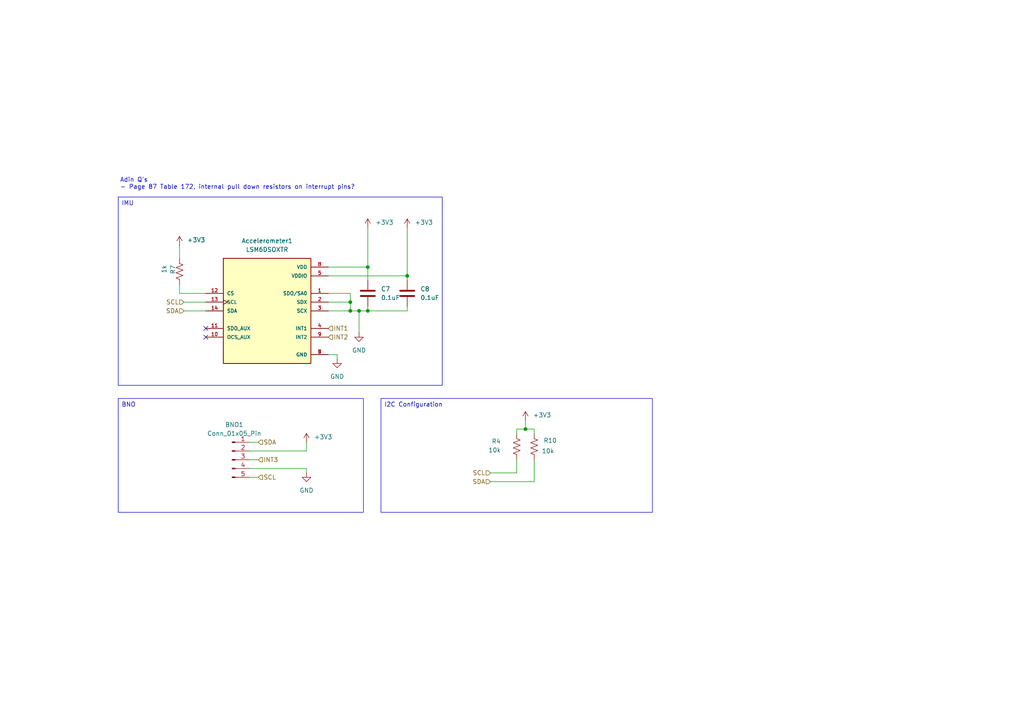
<source format=kicad_sch>
(kicad_sch (version 20231120) (generator "eeschema") (generator_version "8.0")
  (paper "A4")
  (lib_symbols
    (symbol "Connector:Conn_01x05_Pin" (pin_names (offset 1.016) hide)
      (property "Reference" "J" (at 0 7.62 0))
      (property "Value" "Conn_01x05_Pin" (at 0 -7.62 0))
      (symbol "Conn_01x05_Pin_1_1"
        (polyline (pts (xy 1.27 -5.08) (xy 0.8636 -5.08)) (stroke (width 0.1524)))
        (polyline (pts (xy 1.27 -2.54) (xy 0.8636 -2.54)) (stroke (width 0.1524)))
        (polyline (pts (xy 1.27 0) (xy 0.8636 0)) (stroke (width 0.1524)))
        (polyline (pts (xy 1.27 2.54) (xy 0.8636 2.54)) (stroke (width 0.1524)))
        (polyline (pts (xy 1.27 5.08) (xy 0.8636 5.08)) (stroke (width 0.1524)))
        (rectangle (start 0.8636 -4.953) (end 0 -5.207) (stroke (width 0.1524)) (fill (type outline)))
        (rectangle (start 0.8636 -2.413) (end 0 -2.667) (stroke (width 0.1524)) (fill (type outline)))
        (rectangle (start 0.8636 0.127) (end 0 -0.127) (stroke (width 0.1524)) (fill (type outline)))
        (rectangle (start 0.8636 2.667) (end 0 2.413) (stroke (width 0.1524)) (fill (type outline)))
        (rectangle (start 0.8636 5.207) (end 0 4.953) (stroke (width 0.1524)) (fill (type outline)))
        (pin passive line (at 5.08 5.08 180) (length 3.81) (name "Pin_1") (number "1"))
        (pin passive line (at 5.08 2.54 180) (length 3.81) (name "Pin_2") (number "2"))
        (pin passive line (at 5.08 0 180) (length 3.81) (name "Pin_3") (number "3"))
        (pin passive line (at 5.08 -2.54 180) (length 3.81) (name "Pin_4") (number "4"))
        (pin passive line (at 5.08 -5.08 180) (length 3.81) (name "Pin_5") (number "5"))
      )
    )
    (symbol "Device:C" (pin_numbers hide) (pin_names (offset 0.254))
      (property "Reference" "C" (at 0.635 2.54 0))
      (property "Value" "C" (at 0.635 -2.54 0))
      (symbol "C_0_1"
        (polyline (pts (xy -2.032 -0.762) (xy 2.032 -0.762)) (stroke (width 0.508)))
        (polyline (pts (xy -2.032 0.762) (xy 2.032 0.762)) (stroke (width 0.508)))
      )
      (symbol "C_1_1"
        (pin passive line (at 0 3.81 270) (length 2.794) (name "~") (number "1"))
        (pin passive line (at 0 -3.81 90) (length 2.794) (name "~") (number "2"))
      )
    )
    (symbol "Device:R_US" (pin_numbers hide) (pin_names (offset 0))
      (property "Reference" "R" (at 2.54 0 90))
      (property "Value" "R_US" (at -2.54 0 90))
      (symbol "R_US_0_1"
        (polyline (pts (xy 0 -2.286) (xy 0 -2.54)))
        (polyline (pts (xy 0 2.286) (xy 0 2.54)))
        (polyline (pts (xy 0 -0.762) (xy 1.016 -1.143) (xy 0 -1.524) (xy -1.016 -1.905) (xy 0 -2.286)))
        (polyline (pts (xy 0 0.762) (xy 1.016 0.381) (xy 0 0) (xy -1.016 -0.381) (xy 0 -0.762)))
        (polyline (pts (xy 0 2.286) (xy 1.016 1.905) (xy 0 1.524) (xy -1.016 1.143) (xy 0 0.762)))
      )
      (symbol "R_US_1_1"
        (pin passive line (at 0 3.81 270) (length 1.27) (name "~") (number "1"))
        (pin passive line (at 0 -3.81 90) (length 1.27) (name "~") (number "2"))
      )
    )
    (symbol "LSM6DSOXTR:LSM6DSOXTR" (pin_names (offset 1.016))
      (property "Reference" "U" (at -12.7 16.002 0))
      (property "Value" "LSM6DSOXTR" (at -12.7 -17.78 0))
      (symbol "LSM6DSOXTR_0_0"
        (rectangle (start -12.7 -15.24) (end 12.7 15.24) (stroke (width 0.254)) (fill (type background)))
        (pin bidirectional line (at 17.78 5.08 180) (length 5.08) (name "SDO/SA0") (number "1"))
        (pin bidirectional line (at -17.78 -7.62 0) (length 5.08) (name "OCS_AUX") (number "10"))
        (pin bidirectional line (at -17.78 -5.08 0) (length 5.08) (name "SDO_AUX") (number "11"))
        (pin input line (at -17.78 5.08 0) (length 5.08) (name "CS") (number "12"))
        (pin input clock (at -17.78 2.54 0) (length 5.08) (name "SCL") (number "13"))
        (pin bidirectional line (at -17.78 0 0) (length 5.08) (name "SDA") (number "14"))
        (pin bidirectional line (at 17.78 2.54 180) (length 5.08) (name "SDX") (number "2"))
        (pin bidirectional line (at 17.78 0 180) (length 5.08) (name "SCX") (number "3"))
        (pin output line (at 17.78 -5.08 180) (length 5.08) (name "INT1") (number "4"))
        (pin power_in line (at 17.78 10.16 180) (length 5.08) (name "VDDIO") (number "5"))
        (pin power_in line (at 17.78 -12.7 180) (length 5.08) (name "GND") (number "6"))
        (pin power_in line (at 17.78 -12.7 180) (length 5.08) (name "GND") (number "7"))
        (pin power_in line (at 17.78 12.7 180) (length 5.08) (name "VDD") (number "8"))
        (pin output line (at 17.78 -7.62 180) (length 5.08) (name "INT2") (number "9"))
      )
    )
    (symbol "power:+3V3" (power) (pin_numbers hide) (pin_names (offset 0) hide)
      (property "Value" "+3V3" (at 0 3.556 0))
      (symbol "+3V3_0_1"
        (polyline (pts (xy -0.762 1.27) (xy 0 2.54)))
        (polyline (pts (xy 0 0) (xy 0 2.54)))
        (polyline (pts (xy 0 2.54) (xy 0.762 1.27)))
      )
      (symbol "+3V3_1_1"
        (pin power_in line (at 0 0 90) (length 0) (name "~") (number "1"))
      )
    )
    (symbol "power:GND" (power) (pin_numbers hide) (pin_names (offset 0) hide)
      (property "Value" "GND" (at 0 -3.81 0))
      (symbol "GND_0_1"
        (polyline (pts (xy 0 0) (xy 0 -1.27) (xy 1.27 -1.27) (xy 0 -2.54) (xy -1.27 -1.27) (xy 0 -1.27)))
      )
      (symbol "GND_1_1"
        (pin power_in line (at 0 0 270) (length 0) (name "~") (number "1"))
      )
    )
  )
  (junction (at 118.11 80.01))
  (junction (at 101.6 90.17))
  (junction (at 152.4 124.46))
  (junction (at 104.14 90.17))
  (junction (at 101.6 87.63))
  (junction (at 106.68 77.47))
  (junction (at 106.68 90.17))
  (no_connect (at 59.69 95.25))
  (no_connect (at 59.69 97.79))
  (wire (pts (xy 52.07 71.12) (xy 52.07 74.93)))
  (wire (pts (xy 53.34 90.17) (xy 59.69 90.17)))
  (wire (pts (xy 88.9 135.89) (xy 88.9 137.16)))
  (wire (pts (xy 95.25 90.17) (xy 101.6 90.17)))
  (wire (pts (xy 101.6 87.63) (xy 101.6 90.17)))
  (wire (pts (xy 152.4 124.46) (xy 152.4 121.92)))
  (wire (pts (xy 104.14 90.17) (xy 104.14 96.52)))
  (wire (pts (xy 101.6 90.17) (xy 104.14 90.17)))
  (wire (pts (xy 101.6 85.09) (xy 101.6 87.63)))
  (wire (pts (xy 95.25 87.63) (xy 101.6 87.63)))
  (wire (pts (xy 53.34 87.63) (xy 59.69 87.63)))
  (wire (pts (xy 72.39 138.43) (xy 74.93 138.43)))
  (wire (pts (xy 72.39 130.81) (xy 88.9 130.81)))
  (wire (pts (xy 97.79 102.87) (xy 97.79 104.14)))
  (wire (pts (xy 106.68 90.17) (xy 106.68 88.9)))
  (wire (pts (xy 88.9 128.27) (xy 88.9 130.81)))
  (wire (pts (xy 118.11 90.17) (xy 118.11 88.9)))
  (wire (pts (xy 72.39 128.27) (xy 74.93 128.27)))
  (wire (pts (xy 106.68 77.47) (xy 106.68 81.28)))
  (wire (pts (xy 52.07 82.55) (xy 52.07 85.09)))
  (wire (pts (xy 52.07 85.09) (xy 59.69 85.09)))
  (wire (pts (xy 142.24 139.7) (xy 154.94 139.7)))
  (wire (pts (xy 106.68 90.17) (xy 118.11 90.17)))
  (wire (pts (xy 118.11 66.04) (xy 118.11 80.01)))
  (wire (pts (xy 142.24 137.16) (xy 149.86 137.16)))
  (wire (pts (xy 154.94 124.46) (xy 154.94 125.73)))
  (wire (pts (xy 154.94 133.35) (xy 154.94 139.7)))
  (wire (pts (xy 104.14 90.17) (xy 106.68 90.17)))
  (wire (pts (xy 95.25 102.87) (xy 97.79 102.87)))
  (wire (pts (xy 95.25 85.09) (xy 101.6 85.09)))
  (wire (pts (xy 149.86 125.73) (xy 149.86 124.46)))
  (wire (pts (xy 106.68 66.04) (xy 106.68 77.47)))
  (wire (pts (xy 149.86 124.46) (xy 152.4 124.46)))
  (wire (pts (xy 118.11 80.01) (xy 118.11 81.28)))
  (wire (pts (xy 95.25 80.01) (xy 118.11 80.01)))
  (wire (pts (xy 72.39 133.35) (xy 74.93 133.35)))
  (wire (pts (xy 106.68 77.47) (xy 95.25 77.47)))
  (wire (pts (xy 149.86 133.35) (xy 149.86 137.16)))
  (wire (pts (xy 152.4 124.46) (xy 154.94 124.46)))
  (wire (pts (xy 72.39 135.89) (xy 88.9 135.89)))
  (text_box "I2C Configuration\n" (at 110.49 115.57 0) (size 78.74 33.02) (effects (font (size 1.27 1.27)) (justify left top)))
  (text_box "BNO\n" (at 34.29 115.57 0) (size 71.12 33.02) (effects (font (size 1.27 1.27)) (justify left top)))
  (text_box "IMU\n" (at 34.29 57.15 0) (size 93.98 54.61) (effects (font (size 1.27 1.27)) (justify left top)))
  (text "Adin Q's\n- Page 87 Table 172, internal pull down resistors on interrupt pins?\n " (at 34.798 54.356 0) (effects (font (size 1.27 1.27)) (justify left)))
  (hierarchical_label "INT3" (shape input) (at 74.93 133.35 0))
  (hierarchical_label "SCL" (shape input) (at 74.93 138.43 0))
  (hierarchical_label "SDA" (shape input) (at 53.34 90.17 180))
  (hierarchical_label "SCL" (shape input) (at 53.34 87.63 180))
  (hierarchical_label "INT2" (shape input) (at 95.25 97.79 0))
  (hierarchical_label "SDA" (shape input) (at 142.24 139.7 180))
  (hierarchical_label "SCL" (shape input) (at 142.24 137.16 180))
  (hierarchical_label "INT1" (shape input) (at 95.25 95.25 0))
  (hierarchical_label "SDA" (shape input) (at 74.93 128.27 0))
  (symbol (lib_id "Device:R_US") (at 149.86 129.54 180) (unit 1)
    (property "Reference" "R4" (at 145.288 128.016 0) (effects (justify left)))
    (property "Value" "10k" (at 145.288 130.556 0) (effects (justify left)))
    (property "Footprint" "Resistor_SMD:R_0603_1608Metric" (effects (hide yes)))
    (property "MANUFACTURER" " 652-CRT0805AFY-1001E " (effects (hide yes)))
  )
  (symbol (lib_id "power:GND") (at 104.14 96.52 0) (unit 1)
    (property "Reference" "#PWR039" (effects (hide yes)))
    (property "Value" "GND" (at 104.14 101.6 0))
    (property "Description" "Power symbol creates a global label with name \"GND\" , ground" (effects (hide yes)))
  )
  (symbol (lib_id "power:+3V3") (at 118.11 66.04 0) (unit 1)
    (property "Reference" "#PWR041" (effects (hide yes)))
    (property "Value" "+3V3" (at 122.936 64.516 0))
    (property "Description" "Power symbol creates a global label with name \"+3V3\"" (effects (hide yes)))
  )
  (symbol (lib_id "power:+3V3") (at 88.9 128.27 0) (unit 1)
    (property "Reference" "#PWR049" (effects (hide yes)))
    (property "Value" "+3V3" (at 93.726 126.746 0))
    (property "Description" "Power symbol creates a global label with name \"+3V3\"" (effects (hide yes)))
  )
  (symbol (lib_id "power:GND") (at 88.9 137.16 0) (unit 1)
    (property "Reference" "#PWR012" (effects (hide yes)))
    (property "Value" "GND" (at 88.9 142.24 0))
    (property "Description" "Power symbol creates a global label with name \"GND\" , ground" (effects (hide yes)))
  )
  (symbol (lib_id "Device:R_US") (at 154.94 129.54 180) (unit 1)
    (property "Reference" "R10" (at 161.544 127.762 0) (effects (justify left)))
    (property "Value" "10k" (at 160.782 130.81 0) (effects (justify left)))
    (property "Footprint" "Resistor_SMD:R_0603_1608Metric" (effects (hide yes)))
    (property "MANUFACTURER" " 652-CRT0805AFY-1001E " (effects (hide yes)))
  )
  (symbol (lib_id "Device:C") (at 118.11 85.09 0) (unit 1)
    (property "Reference" "C8" (at 121.92 83.8199 0) (effects (justify left)))
    (property "Value" "0.1uF" (at 121.92 86.3599 0) (effects (justify left)))
    (property "Footprint" "Capacitor_SMD:C_0603_1608Metric" (effects (hide yes)))
    (property "Description" "Unpolarized capacitor" (effects (hide yes)))
    (property "MANUFACTURER" " 581-KAM21KR72A104KU " (effects (hide yes)))
  )
  (symbol (lib_id "LSM6DSOXTR:LSM6DSOXTR") (at 77.47 90.17 0) (unit 1)
    (property "Reference" "Accelerometer1" (at 77.47 69.85 0))
    (property "Value" "LSM6DSOXTR" (at 77.47 72.39 0))
    (property "Footprint" "LSM6DSOXTR:PQFN50P250X300X86-14N" (effects (hide yes)))
    (property "Datasheet" "https://learn.adafruit.com/assets/85363" (effects (hide yes)))
    (property "MF" "STMicroelectronics" (effects (hide yes)))
    (property "Description_1" "\nAccelerometer, Gyroscope, 6 Axis Sensor I2C, SPI Output\n" (effects (hide yes)))
    (property "Package" "VFLGA-14 STMicroelectronics" (effects (hide yes)))
    (property "Price" "None" (effects (hide yes)))
    (property "Check_prices" "https://www.snapeda.com/parts/LSM6DSOXTR/STMicroelectronics/view-part/?ref=eda" (effects (hide yes)))
    (property "STANDARD" "IPC7351B" (effects (hide yes)))
    (property "PARTREV" "3.0" (effects (hide yes)))
    (property "SnapEDA_Link" "https://www.snapeda.com/parts/LSM6DSOXTR/STMicroelectronics/view-part/?ref=snap" (effects (hide yes)))
    (property "MP" "LSM6DSOXTR" (effects (hide yes)))
    (property "Purchase-URL" "https://www.snapeda.com/api/url_track_click_mouser/?unipart_id=3227828&manufacturer=STMicroelectronics&part_name=LSM6DSOXTR&search_term=None" (effects (hide yes)))
    (property "Availability" "In Stock" (effects (hide yes)))
    (property "MANUFACTURER" " 511-LSM6DSOXTR " (effects (hide yes)))
  )
  (symbol (lib_id "power:+3V3") (at 106.68 66.04 0) (unit 1)
    (property "Reference" "#PWR040" (effects (hide yes)))
    (property "Value" "+3V3" (at 111.506 64.516 0))
    (property "Description" "Power symbol creates a global label with name \"+3V3\"" (effects (hide yes)))
  )
  (symbol (lib_id "power:GND") (at 97.79 104.14 0) (unit 1)
    (property "Reference" "#PWR038" (effects (hide yes)))
    (property "Value" "GND" (at 97.79 109.22 0))
    (property "Description" "Power symbol creates a global label with name \"GND\" , ground" (effects (hide yes)))
  )
  (symbol (lib_id "Device:C") (at 106.68 85.09 0) (unit 1)
    (property "Reference" "C7" (at 110.49 83.8199 0) (effects (justify left)))
    (property "Value" "0.1uF" (at 110.49 86.3599 0) (effects (justify left)))
    (property "Footprint" "Capacitor_SMD:C_0603_1608Metric" (effects (hide yes)))
    (property "Description" "Unpolarized capacitor" (effects (hide yes)))
    (property "MANUFACTURER" " 581-KAM21KR72A104KU " (effects (hide yes)))
  )
  (symbol (lib_id "Connector:Conn_01x05_Pin") (at 67.31 133.35 0) (unit 1) (in_bom no)
    (property "Reference" "BNO1" (at 67.945 123.19 0))
    (property "Value" "Conn_01x05_Pin" (at 67.945 125.73 0))
    (property "Footprint" "Connector_PinHeader_2.54mm:PinHeader_1x05_P2.54mm_Vertical" (effects (hide yes)))
    (property "Description" "Generic connector, single row, 01x05, script generated" (effects (hide yes)))
  )
  (symbol (lib_id "power:+3V3") (at 52.07 71.12 0) (unit 1)
    (property "Reference" "#PWR037" (effects (hide yes)))
    (property "Value" "+3V3" (at 56.896 69.596 0))
    (property "Description" "Power symbol creates a global label with name \"+3V3\"" (effects (hide yes)))
  )
  (symbol (lib_id "Device:R_US") (at 52.07 78.74 180) (unit 1)
    (property "Reference" "R7" (at 50.165 76.835 90) (effects (justify left)))
    (property "Value" "1k" (at 47.625 76.835 90) (effects (justify left)))
    (property "Footprint" "Resistor_SMD:R_0603_1608Metric" (effects (hide yes)))
    (property "MANUFACTURER" " 652-CRT0805AFY-1001E " (effects (hide yes)))
  )
  (symbol (lib_id "power:+3V3") (at 152.4 121.92 0) (unit 1)
    (property "Reference" "#PWR051" (effects (hide yes)))
    (property "Value" "+3V3" (at 157.226 120.396 0))
    (property "Description" "Power symbol creates a global label with name \"+3V3\"" (effects (hide yes)))
  )
)
</source>
